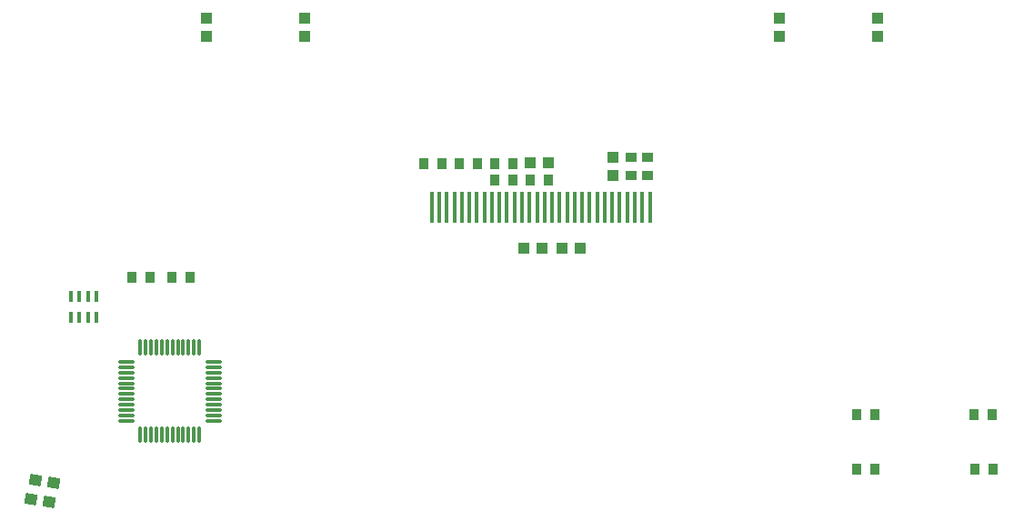
<source format=gbp>
G04 Layer_Color=128*
%FSLAX25Y25*%
%MOIN*%
G70*
G01*
G75*
G04:AMPARAMS|DCode=13|XSize=39.37mil|YSize=35.43mil|CornerRadius=1.77mil|HoleSize=0mil|Usage=FLASHONLY|Rotation=180.000|XOffset=0mil|YOffset=0mil|HoleType=Round|Shape=RoundedRectangle|*
%AMROUNDEDRECTD13*
21,1,0.03937,0.03189,0,0,180.0*
21,1,0.03583,0.03543,0,0,180.0*
1,1,0.00354,-0.01791,0.01595*
1,1,0.00354,0.01791,0.01595*
1,1,0.00354,0.01791,-0.01595*
1,1,0.00354,-0.01791,-0.01595*
%
%ADD13ROUNDEDRECTD13*%
G04:AMPARAMS|DCode=14|XSize=39.37mil|YSize=35.43mil|CornerRadius=1.77mil|HoleSize=0mil|Usage=FLASHONLY|Rotation=270.000|XOffset=0mil|YOffset=0mil|HoleType=Round|Shape=RoundedRectangle|*
%AMROUNDEDRECTD14*
21,1,0.03937,0.03189,0,0,270.0*
21,1,0.03583,0.03543,0,0,270.0*
1,1,0.00354,-0.01595,-0.01791*
1,1,0.00354,-0.01595,0.01791*
1,1,0.00354,0.01595,0.01791*
1,1,0.00354,0.01595,-0.01791*
%
%ADD14ROUNDEDRECTD14*%
%ADD16R,0.03937X0.04331*%
%ADD17R,0.04331X0.03937*%
%ADD33R,0.01575X0.11811*%
%ADD34O,0.01181X0.06496*%
%ADD35O,0.06496X0.01181*%
G04:AMPARAMS|DCode=36|XSize=39.37mil|YSize=43.31mil|CornerRadius=0mil|HoleSize=0mil|Usage=FLASHONLY|Rotation=80.000|XOffset=0mil|YOffset=0mil|HoleType=Round|Shape=Rectangle|*
%AMROTATEDRECTD36*
4,1,4,0.01791,-0.02315,-0.02474,-0.01563,-0.01791,0.02315,0.02474,0.01563,0.01791,-0.02315,0.0*
%
%ADD36ROTATEDRECTD36*%

%ADD37R,0.01575X0.03937*%
D13*
X462000Y336846D02*
D03*
Y330153D02*
D03*
X468000Y336846D02*
D03*
Y330153D02*
D03*
D14*
X588154Y222500D02*
D03*
X594846D02*
D03*
X544654D02*
D03*
X551346D02*
D03*
X587653Y242500D02*
D03*
X594347D02*
D03*
X544654Y242469D02*
D03*
X551346D02*
D03*
X431847Y328500D02*
D03*
X425153D02*
D03*
X412153D02*
D03*
X418847D02*
D03*
X412153Y334500D02*
D03*
X418847D02*
D03*
X405847D02*
D03*
X399153D02*
D03*
X392846D02*
D03*
X386154D02*
D03*
X300346Y293000D02*
D03*
X293653D02*
D03*
X279153D02*
D03*
X285846D02*
D03*
D16*
X455500Y336846D02*
D03*
Y330153D02*
D03*
X552500Y381153D02*
D03*
Y387846D02*
D03*
X342500Y381153D02*
D03*
Y387846D02*
D03*
X516500Y381153D02*
D03*
Y387846D02*
D03*
X306500Y381153D02*
D03*
Y387846D02*
D03*
D17*
X425153Y335000D02*
D03*
X431847D02*
D03*
X429347Y303500D02*
D03*
X422653D02*
D03*
X436654Y303500D02*
D03*
X443347D02*
D03*
D33*
X468961Y318494D02*
D03*
X460693D02*
D03*
X444158D02*
D03*
X452425D02*
D03*
X430378D02*
D03*
X422110D02*
D03*
X413842D02*
D03*
X405575D02*
D03*
X397307D02*
D03*
X389039D02*
D03*
X466205D02*
D03*
X463449D02*
D03*
X455181D02*
D03*
X457937D02*
D03*
X446913D02*
D03*
X449669D02*
D03*
X438646D02*
D03*
X441402D02*
D03*
X435890D02*
D03*
X433134D02*
D03*
X427622D02*
D03*
X424866D02*
D03*
X419354D02*
D03*
X416598D02*
D03*
X411087D02*
D03*
X408331D02*
D03*
X402819D02*
D03*
X400063D02*
D03*
X394551D02*
D03*
X391795D02*
D03*
D34*
X282173Y267143D02*
D03*
X284142D02*
D03*
X286110D02*
D03*
X288079D02*
D03*
X290047D02*
D03*
X292016D02*
D03*
X293984D02*
D03*
X295953D02*
D03*
X297921D02*
D03*
X299890D02*
D03*
X301858D02*
D03*
X303827D02*
D03*
Y235057D02*
D03*
X301858D02*
D03*
X299890D02*
D03*
X297921D02*
D03*
X295953D02*
D03*
X293984D02*
D03*
X292016D02*
D03*
X290047D02*
D03*
X288079D02*
D03*
X286110D02*
D03*
X284142D02*
D03*
X282173D02*
D03*
D35*
X309043Y261927D02*
D03*
Y259958D02*
D03*
Y257990D02*
D03*
Y256021D02*
D03*
Y254053D02*
D03*
Y252084D02*
D03*
Y250116D02*
D03*
Y248147D02*
D03*
Y246179D02*
D03*
Y244210D02*
D03*
Y242242D02*
D03*
Y240273D02*
D03*
X276957D02*
D03*
Y242242D02*
D03*
Y244210D02*
D03*
Y246179D02*
D03*
Y248147D02*
D03*
Y250116D02*
D03*
Y252084D02*
D03*
Y254053D02*
D03*
Y256021D02*
D03*
Y257990D02*
D03*
Y259958D02*
D03*
Y261927D02*
D03*
D36*
X248796Y210419D02*
D03*
X242204Y211581D02*
D03*
X250296Y217419D02*
D03*
X243704Y218581D02*
D03*
D37*
X256776Y278063D02*
D03*
X259925D02*
D03*
X263075D02*
D03*
X266224D02*
D03*
X256776Y285937D02*
D03*
X259925D02*
D03*
X263075D02*
D03*
X266224D02*
D03*
M02*

</source>
